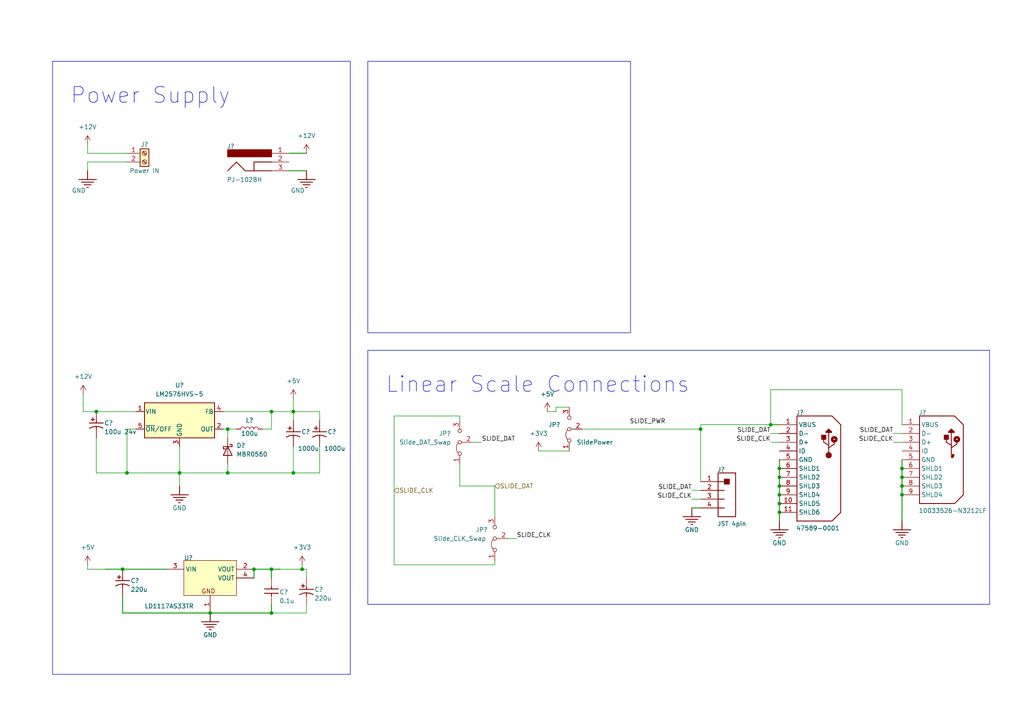
<source format=kicad_sch>
(kicad_sch (version 20231120) (generator "eeschema") (generator_version "8.0")
  (paper "A4")
  (lib_symbols
    (symbol "Connector:Screw_Terminal_01x02" (pin_names (offset 1.016) hide)
      (property "Reference" "J" (at 0 2.54 0))
      (property "Value" "Screw_Terminal_01x02" (at 0 -5.08 0))
      (symbol "Screw_Terminal_01x02_1_1"
        (rectangle (start -1.27 1.27) (end 1.27 -3.81) (stroke (width 0.254)) (fill (type background)))
        (circle (center 0 -2.54) (radius 0.635) (stroke (width 0.1524)))
        (polyline (pts (xy -0.5334 -2.2098) (xy 0.3302 -3.048)) (stroke (width 0.1524)))
        (polyline (pts (xy -0.5334 0.3302) (xy 0.3302 -0.508)) (stroke (width 0.1524)))
        (polyline (pts (xy -0.3556 -2.032) (xy 0.508 -2.8702)) (stroke (width 0.1524)))
        (polyline (pts (xy -0.3556 0.508) (xy 0.508 -0.3302)) (stroke (width 0.1524)))
        (circle (center 0 0) (radius 0.635) (stroke (width 0.1524)))
        (pin passive line (at -5.08 0 0) (length 3.81) (name "Pin_1") (number "1"))
        (pin passive line (at -5.08 -2.54 0) (length 3.81) (name "Pin_2") (number "2"))
      )
    )
    (symbol "Device:L" (pin_numbers hide) (pin_names (offset 1.016) hide)
      (property "Reference" "L" (at -1.27 0 90))
      (property "Value" "L" (at 1.905 0 90))
      (symbol "L_0_1"
        (arc (start 0 -2.54) (mid 0.6323 -1.905) (end 0 -1.27))
        (arc (start 0 -1.27) (mid 0.6323 -0.635) (end 0 0))
        (arc (start 0 0) (mid 0.6323 0.635) (end 0 1.27))
        (arc (start 0 1.27) (mid 0.6323 1.905) (end 0 2.54))
      )
      (symbol "L_1_1"
        (pin passive line (at 0 3.81 270) (length 1.27) (name "1") (number "1"))
        (pin passive line (at 0 -3.81 90) (length 1.27) (name "2") (number "2"))
      )
    )
    (symbol "Diode:MBR0560" (pin_numbers hide) (pin_names (offset 1.016) hide)
      (property "Reference" "D" (at 0 2.54 0))
      (property "Value" "MBR0560" (at 0 -2.54 0))
      (symbol "MBR0560_0_1"
        (polyline (pts (xy 1.27 0) (xy -1.27 0)))
        (polyline (pts (xy 1.27 1.27) (xy 1.27 -1.27) (xy -1.27 0) (xy 1.27 1.27)) (stroke (width 0.254)))
        (polyline (pts (xy -1.905 0.635) (xy -1.905 1.27) (xy -1.27 1.27) (xy -1.27 -1.27) (xy -0.635 -1.27) (xy -0.635 -0.635)) (stroke (width 0.254)))
      )
      (symbol "MBR0560_1_1"
        (pin passive line (at -3.81 0 0) (length 2.54) (name "K") (number "1"))
        (pin passive line (at 3.81 0 180) (length 2.54) (name "A") (number "2"))
      )
    )
    (symbol "Jumper:Jumper_3_Bridged12" (pin_names (offset 0) hide)
      (property "Reference" "JP" (at -2.54 -2.54 0))
      (property "Value" "Jumper_3_Bridged12" (at 0 2.794 0))
      (symbol "Jumper_3_Bridged12_0_0"
        (circle (center -3.302 0) (radius 0.508))
        (circle (center 0 0) (radius 0.508))
        (circle (center 3.302 0) (radius 0.508))
      )
      (symbol "Jumper_3_Bridged12_0_1"
        (arc (start -0.254 0.508) (mid -1.651 0.9912) (end -3.048 0.508))
        (polyline (pts (xy 0 -1.27) (xy 0 -0.508)))
      )
      (symbol "Jumper_3_Bridged12_1_1"
        (pin passive line (at -6.35 0 0) (length 2.54) (name "A") (number "1"))
        (pin passive line (at 0 -3.81 90) (length 2.54) (name "C") (number "2"))
        (pin passive line (at 6.35 0 180) (length 2.54) (name "B") (number "3"))
      )
    )
    (symbol "Regulator_Switching:LM2576HVS-5" (pin_names (offset 0.254))
      (property "Reference" "U" (at -10.16 6.35 0))
      (property "Value" "LM2576HVS-5" (at 0 6.35 0))
      (symbol "LM2576HVS-5_0_1"
        (rectangle (start -10.16 5.08) (end 10.16 -5.08) (stroke (width 0.254)) (fill (type background)))
      )
      (symbol "LM2576HVS-5_1_1"
        (pin power_in line (at -12.7 2.54 0) (length 2.54) (name "VIN") (number "1"))
        (pin output line (at 12.7 -2.54 180) (length 2.54) (name "OUT") (number "2"))
        (pin power_in line (at 0 -7.62 90) (length 2.54) (name "GND") (number "3"))
        (pin input line (at 12.7 2.54 180) (length 2.54) (name "FB") (number "4"))
        (pin input line (at -12.7 -2.54 0) (length 2.54) (name "~{ON}/OFF") (number "5"))
      )
    )
    (symbol "UMTK-altium-import:0_4Pin JST"
      (property "Value" "0_4Pin JST" (at 0 0 0))
      (symbol "0_4Pin JST_1_0"
        (polyline (pts (xy 0 -10.16) (xy 1.778 -10.16)) (stroke (width 0.254)))
        (polyline (pts (xy 0 -7.62) (xy 1.778 -7.62)) (stroke (width 0.254)))
        (polyline (pts (xy 0 -5.08) (xy 1.778 -5.08)) (stroke (width 0.254)))
        (polyline (pts (xy 0 -2.54) (xy 1.778 -2.54)) (stroke (width 0.254)))
        (polyline (pts (xy 5.08 0) (xy 0 0) (xy 0 -12.7) (xy 5.08 -12.7) (xy 5.08 0)) (stroke (width 0.254)))
        (rectangle (start 3.302 -1.778) (end 1.778 -3.302) (fill (type outline)))
        (pin passive line (at -5.08 -2.54 0) (length 5.08) (name "1") (number "1"))
        (pin passive line (at -5.08 -5.08 0) (length 5.08) (name "2") (number "2"))
        (pin passive line (at -5.08 -7.62 0) (length 5.08) (name "3") (number "3"))
        (pin passive line (at -5.08 -10.16 0) (length 5.08) (name "4") (number "4"))
      )
    )
    (symbol "UMTK-altium-import:0_Cap"
      (property "Value" "0_Cap" (at 0 0 0))
      (symbol "0_Cap_1_0"
        (polyline (pts (xy -2.032 -4.445) (xy 2.032 -4.445)) (stroke (width 0.254)))
        (polyline (pts (xy -2.032 -3.175) (xy 2.032 -3.175)) (stroke (width 0.254)))
        (polyline (pts (xy 0 -4.445) (xy 0 -5.08)) (stroke (width 0.254)))
        (polyline (pts (xy 0 -2.54) (xy 0 -3.175)) (stroke (width 0.254)))
        (pin passive line (at 0 0 270) (length 2.54) (name "1") (number "1"))
        (pin passive line (at 0 -7.62 90) (length 2.54) (name "2") (number "2"))
      )
    )
    (symbol "UMTK-altium-import:0_JACK-2CD3-RN"
      (property "Value" "0_JACK-2CD3-RN" (at 0 0 0))
      (symbol "0_JACK-2CD3-RN_1_0"
        (polyline (pts (xy 12.7 -2.54) (xy 7.62 -2.54) (xy 7.62 -5.08)) (stroke (width 0.254)))
        (polyline (pts (xy 12.7 -5.08) (xy 5.08 -5.08) (xy 2.54 -2.54) (xy 0 -5.08)) (stroke (width 0.254)))
        (polyline (pts (xy 12.7 1.016) (xy 0 1.016) (xy 0 -1.016) (xy 12.7 -1.016) (xy 12.7 1.016)) (stroke (width 0.254)))
        (rectangle (start 12.7 1.016) (end 0 -1.016) (fill (type outline)))
        (pin passive line (at 17.78 0 180) (length 5.08) (name "1") (number "1"))
        (pin passive line (at 17.78 -2.54 180) (length 5.08) (name "2") (number "2"))
        (pin passive line (at 17.78 -5.08 180) (length 5.08) (name "3") (number "3"))
      )
    )
    (symbol "UMTK-altium-import:0_PM-REG-LD1117-SOT4"
      (property "Value" "0_PM-REG-LD1117-SOT4" (at 0 0 0))
      (symbol "0_PM-REG-LD1117-SOT4_1_0"
        (rectangle (start 15.24 0) (end 0 -10.16) (fill (type background)))
        (text "GND" (at 5.08 -9.652 0) (effects (font (size 1.27 1.27)) (justify left bottom)))
        (pin power_in line (at 7.62 -15.24 90) (length 5.08) (name "GND") (number "1"))
        (pin power_in line (at 20.32 -2.54 180) (length 5.08) (name "VOUT") (number "2"))
        (pin power_in line (at -5.08 -2.54 0) (length 5.08) (name "VIN") (number "3"))
        (pin power_in line (at 20.32 -5.08 180) (length 5.08) (name "VOUT") (number "4"))
      )
    )
    (symbol "UMTK-altium-import:0_Polar Cap"
      (property "Value" "0_Polar Cap" (at 0 0 0))
      (symbol "0_Polar Cap_1_0"
        (arc (start 0 -4.318) (mid -1.0431 -4.4541) (end -2.0163 -4.8535) (stroke (width 0.254)))
        (polyline (pts (xy -2.032 -3.302) (xy 2.032 -3.302)) (stroke (width 0.254)))
        (polyline (pts (xy -1.524 -2.286) (xy -0.508 -2.286)) (stroke (width 0.254)))
        (polyline (pts (xy -1.016 -1.778) (xy -1.016 -2.794)) (stroke (width 0.254)))
        (polyline (pts (xy 0 -4.318) (xy 0 -5.08)) (stroke (width 0.254)))
        (polyline (pts (xy 0 -2.54) (xy 0 -3.302)) (stroke (width 0.254)))
        (arc (start 1.9124 -4.7961) (mid 0.9856 -4.4393) (end 0 -4.318) (stroke (width 0.254)))
        (pin passive line (at 0 0 270) (length 2.54) (name "1") (number "1"))
        (pin passive line (at 0 -7.62 90) (length 2.54) (name "2") (number "2"))
      )
    )
    (symbol "UMTK-altium-import:0_USB-5-4SHLD"
      (property "Value" "0_USB-5-4SHLD" (at 0 0 0))
      (symbol "0_USB-5-4SHLD_1_0"
        (polyline (pts (xy 0 -25.4) (xy 10.16 -25.4)) (stroke (width 0.254)))
        (polyline (pts (xy 0 0) (xy 0 -25.4)) (stroke (width 0.254)))
        (polyline (pts (xy 7.772 -7.63) (xy 7.772 -6.43)) (stroke (width 0.254)))
        (polyline (pts (xy 8.433 -4.78) (xy 9.22 -4.78)) (stroke (width 0.254)))
        (polyline (pts (xy 8.433 -4.58) (xy 8.433 -4.78)) (stroke (width 0.254)))
        (polyline (pts (xy 8.839 -4.38) (xy 9.042 -4.18)) (stroke (width 0.254)))
        (polyline (pts (xy 9.042 -4.18) (xy 9.22 -4.18)) (stroke (width 0.254)))
        (polyline (pts (xy 9.22 -9.23) (xy 9.22 -11.38)) (stroke (width 0.254)))
        (polyline (pts (xy 9.22 -9.23) (xy 10.82 -8.18)) (stroke (width 0.254)))
        (polyline (pts (xy 9.22 -8.48) (xy 7.772 -7.63)) (stroke (width 0.254)))
        (polyline (pts (xy 9.22 -8.48) (xy 9.22 -9.23)) (stroke (width 0.254)))
        (polyline (pts (xy 9.22 -4.78) (xy 9.22 -8.48)) (stroke (width 0.254)))
        (polyline (pts (xy 9.22 -4.78) (xy 10.033 -4.78)) (stroke (width 0.254)))
        (polyline (pts (xy 9.22 -3.98) (xy 9.627 -4.38)) (stroke (width 0.254)))
        (polyline (pts (xy 9.22 -3.78) (xy 8.433 -4.58)) (stroke (width 0.254)))
        (polyline (pts (xy 9.627 -4.38) (xy 8.839 -4.38)) (stroke (width 0.254)))
        (polyline (pts (xy 10.033 -4.78) (xy 10.033 -4.58)) (stroke (width 0.254)))
        (polyline (pts (xy 10.033 -4.58) (xy 8.636 -4.58)) (stroke (width 0.254)))
        (polyline (pts (xy 10.033 -4.58) (xy 9.22 -3.78)) (stroke (width 0.254)))
        (polyline (pts (xy 10.16 0) (xy 0 0)) (stroke (width 0.254)))
        (polyline (pts (xy 10.16 0) (xy 12.7 -2.54)) (stroke (width 0.254)))
        (polyline (pts (xy 10.82 -8.18) (xy 10.82 -7.18)) (stroke (width 0.254)))
        (polyline (pts (xy 12.7 -22.86) (xy 10.16 -25.4)) (stroke (width 0.254)))
        (polyline (pts (xy 12.7 -22.86) (xy 12.7 -2.54)) (stroke (width 0.254)))
        (rectangle (start 8.382 -5.58) (end 7.17 -6.78) (stroke (width 0.254)) (fill (type outline)))
        (arc (start 9.4717 -11.8212) (mid 9.6593 -11.6351) (end 9.728 -11.38) (stroke (width 0.762)))
        (circle (center 10.82 -6.78) (radius 0.203) (stroke (width 0.762)))
        (pin power_in line (at -5.08 -2.54 0) (length 5.08) (name "VBUS") (number "1"))
        (pin passive line (at -5.08 -5.08 0) (length 5.08) (name "D-") (number "2"))
        (pin passive line (at -5.08 -7.62 0) (length 5.08) (name "D+") (number "3"))
        (pin passive line (at -5.08 -10.16 0) (length 5.08) (name "ID") (number "4"))
        (pin power_in line (at -5.08 -12.7 0) (length 5.08) (name "GND") (number "5"))
        (pin passive line (at -5.08 -15.24 0) (length 5.08) (name "SHLD1") (number "6"))
        (pin passive line (at -5.08 -17.78 0) (length 5.08) (name "SHLD2") (number "7"))
        (pin passive line (at -5.08 -20.32 0) (length 5.08) (name "SHLD3") (number "8"))
        (pin passive line (at -5.08 -22.86 0) (length 5.08) (name "SHLD4") (number "9"))
      )
    )
    (symbol "UMTK-altium-import:0_USB-5-6SHLD"
      (property "Value" "0_USB-5-6SHLD" (at 0 0 0))
      (symbol "0_USB-5-6SHLD_1_0"
        (polyline (pts (xy 0 -30.48) (xy 10.16 -30.48)) (stroke (width 0.254)))
        (polyline (pts (xy 0 0) (xy 0 -30.48)) (stroke (width 0.254)))
        (polyline (pts (xy 7.772 -7.63) (xy 7.772 -6.43)) (stroke (width 0.254)))
        (polyline (pts (xy 8.433 -4.78) (xy 9.22 -4.78)) (stroke (width 0.254)))
        (polyline (pts (xy 8.433 -4.58) (xy 8.433 -4.78)) (stroke (width 0.254)))
        (polyline (pts (xy 8.839 -4.38) (xy 9.042 -4.18)) (stroke (width 0.254)))
        (polyline (pts (xy 9.042 -4.18) (xy 9.22 -4.18)) (stroke (width 0.254)))
        (polyline (pts (xy 9.22 -9.23) (xy 9.22 -11.38)) (stroke (width 0.254)))
        (polyline (pts (xy 9.22 -9.23) (xy 10.82 -8.18)) (stroke (width 0.254)))
        (polyline (pts (xy 9.22 -8.48) (xy 7.772 -7.63)) (stroke (width 0.254)))
        (polyline (pts (xy 9.22 -8.48) (xy 9.22 -9.23)) (stroke (width 0.254)))
        (polyline (pts (xy 9.22 -4.78) (xy 9.22 -8.48)) (stroke (width 0.254)))
        (polyline (pts (xy 9.22 -4.78) (xy 10.033 -4.78)) (stroke (width 0.254)))
        (polyline (pts (xy 9.22 -3.98) (xy 9.627 -4.38)) (stroke (width 0.254)))
        (polyline (pts (xy 9.22 -3.78) (xy 8.433 -4.58)) (stroke (width 0.254)))
        (polyline (pts (xy 9.627 -4.38) (xy 8.839 -4.38)) (stroke (width 0.254)))
        (polyline (pts (xy 10.033 -4.78) (xy 10.033 -4.58)) (stroke (width 0.254)))
        (polyline (pts (xy 10.033 -4.58) (xy 8.636 -4.58)) (stroke (width 0.254)))
        (polyline (pts (xy 10.033 -4.58) (xy 9.22 -3.78)) (stroke (width 0.254)))
        (polyline (pts (xy 10.16 0) (xy 0 0)) (stroke (width 0.254)))
        (polyline (pts (xy 10.16 0) (xy 12.7 -2.54)) (stroke (width 0.254)))
        (polyline (pts (xy 10.82 -8.18) (xy 10.82 -7.18)) (stroke (width 0.254)))
        (polyline (pts (xy 12.7 -27.94) (xy 10.16 -30.48)) (stroke (width 0.254)))
        (polyline (pts (xy 12.7 -27.94) (xy 12.7 -2.54)) (stroke (width 0.254)))
        (rectangle (start 8.382 -5.58) (end 7.17 -6.78) (stroke (width 0.254)) (fill (type outline)))
        (circle (center 9.22 -11.38) (radius 0.508) (stroke (width 0.762)))
        (circle (center 10.82 -6.78) (radius 0.203) (stroke (width 0.762)))
        (pin passive line (at -5.08 -2.54 0) (length 5.08) (name "VBUS") (number "1"))
        (pin passive line (at -5.08 -25.4 0) (length 5.08) (name "SHLD5") (number "10"))
        (pin passive line (at -5.08 -27.94 0) (length 5.08) (name "SHLD6") (number "11"))
        (pin passive line (at -5.08 -5.08 0) (length 5.08) (name "D-") (number "2"))
        (pin passive line (at -5.08 -7.62 0) (length 5.08) (name "D+") (number "3"))
        (pin passive line (at -5.08 -10.16 0) (length 5.08) (name "ID") (number "4"))
        (pin passive line (at -5.08 -12.7 0) (length 5.08) (name "GND") (number "5"))
        (pin passive line (at -5.08 -15.24 0) (length 5.08) (name "SHLD1") (number "6"))
        (pin passive line (at -5.08 -17.78 0) (length 5.08) (name "SHLD2") (number "7"))
        (pin passive line (at -5.08 -20.32 0) (length 5.08) (name "SHLD3") (number "8"))
        (pin passive line (at -5.08 -22.86 0) (length 5.08) (name "SHLD4") (number "9"))
      )
    )
    (symbol "UMTK-altium-import:GND" (power)
      (property "Reference" "#PWR" (at 0 0 0))
      (property "Value" "GND" (at 0 6.35 0))
      (symbol "GND_0_0"
        (polyline (pts (xy -2.54 -2.54) (xy 2.54 -2.54)) (stroke (width 0.254)))
        (polyline (pts (xy -1.778 -3.302) (xy 1.778 -3.302)) (stroke (width 0.254)))
        (polyline (pts (xy -1.016 -4.064) (xy 1.016 -4.064)) (stroke (width 0.254)))
        (polyline (pts (xy -0.254 -4.826) (xy 0.254 -4.826)) (stroke (width 0.254)))
        (polyline (pts (xy 0 0) (xy 0 -2.54)) (stroke (width 0.254)))
        (pin power_in line (at 0 0 0) (length 0) hide (name "GND") (number ""))
      )
    )
    (symbol "power:+12V" (power) (pin_names (offset 0))
      (property "Value" "+12V" (at 0 3.556 0))
      (symbol "+12V_0_1"
        (polyline (pts (xy -0.762 1.27) (xy 0 2.54)))
        (polyline (pts (xy 0 0) (xy 0 2.54)))
        (polyline (pts (xy 0 2.54) (xy 0.762 1.27)))
      )
      (symbol "+12V_1_1"
        (pin power_in line (at 0 0 90) (length 0) hide (name "+12V") (number "1"))
      )
    )
    (symbol "power:+3V3" (power) (pin_names (offset 0))
      (property "Value" "+3V3" (at 0 3.556 0))
      (symbol "+3V3_0_1"
        (polyline (pts (xy -0.762 1.27) (xy 0 2.54)))
        (polyline (pts (xy 0 0) (xy 0 2.54)))
        (polyline (pts (xy 0 2.54) (xy 0.762 1.27)))
      )
      (symbol "+3V3_1_1"
        (pin power_in line (at 0 0 90) (length 0) hide (name "+3V3") (number "1"))
      )
    )
    (symbol "power:+5V" (power) (pin_names (offset 0))
      (property "Value" "+5V" (at 0 3.556 0))
      (symbol "+5V_0_1"
        (polyline (pts (xy -0.762 1.27) (xy 0 2.54)))
        (polyline (pts (xy 0 0) (xy 0 2.54)))
        (polyline (pts (xy 0 2.54) (xy 0.762 1.27)))
      )
      (symbol "+5V_1_1"
        (pin power_in line (at 0 0 90) (length 0) hide (name "+5V") (number "1"))
      )
    )
  )
  (junction (at 60.96 177.8))
  (junction (at 223.52 123.19))
  (junction (at 36.83 137.16))
  (junction (at 85.09 137.16))
  (junction (at 66.04 124.46))
  (junction (at 52.07 137.16))
  (junction (at 261.62 140.97))
  (junction (at 73.66 165.1))
  (junction (at 226.06 138.43))
  (junction (at 261.62 135.89))
  (junction (at 87.63 165.1))
  (junction (at 78.74 119.38))
  (junction (at 226.06 148.59))
  (junction (at 78.74 177.8))
  (junction (at 261.62 138.43))
  (junction (at 66.04 137.16))
  (junction (at 261.62 143.51))
  (junction (at 203.2 124.46))
  (junction (at 27.94 119.38))
  (junction (at 226.06 140.97))
  (junction (at 226.06 146.05))
  (junction (at 226.06 143.51))
  (junction (at 85.09 119.38))
  (junction (at 226.06 135.89))
  (junction (at 35.56 165.1))
  (junction (at 78.74 165.1))
  (polyline (pts (xy 106.68 175.26) (xy 106.68 101.6)) (stroke (width 0) (type solid)))
  (wire (pts (xy 261.62 143.51) (xy 261.62 140.97)) (stroke (width 0.254)))
  (wire (pts (xy 149.86 156.21) (xy 147.32 156.21)))
  (wire (pts (xy 83.82 49.53) (xy 88.9 49.53)) (stroke (width 0.254)))
  (polyline (pts (xy 101.6 17.78) (xy 101.6 195.58)) (stroke (width 0) (type solid)))
  (wire (pts (xy 85.09 137.16) (xy 85.09 129.54)))
  (polyline (pts (xy 106.68 96.52) (xy 182.88 96.52)) (stroke (width 0) (type solid)))
  (wire (pts (xy 66.04 124.46) (xy 68.58 124.46)))
  (polyline (pts (xy 182.88 17.78) (xy 182.88 96.52)) (stroke (width 0) (type solid)))
  (wire (pts (xy 78.74 177.8) (xy 88.9 177.8)))
  (wire (pts (xy 36.83 124.46) (xy 36.83 137.16)))
  (wire (pts (xy 203.2 123.19) (xy 223.52 123.19)))
  (wire (pts (xy 133.35 121.92) (xy 133.35 120.65)))
  (wire (pts (xy 64.77 119.38) (xy 78.74 119.38)))
  (wire (pts (xy 226.06 148.59) (xy 226.06 146.05)) (stroke (width 0.254)))
  (wire (pts (xy 78.74 167.64) (xy 78.74 165.1)) (stroke (width 0.254)))
  (wire (pts (xy 66.04 137.16) (xy 66.04 134.62)))
  (wire (pts (xy 24.13 119.38) (xy 27.94 119.38)))
  (wire (pts (xy 158.75 119.38) (xy 161.29 119.38)))
  (wire (pts (xy 261.62 138.43) (xy 261.62 135.89)) (stroke (width 0.254)))
  (wire (pts (xy 25.4 41.91) (xy 25.4 44.45)))
  (wire (pts (xy 226.06 143.51) (xy 226.06 140.97)) (stroke (width 0.254)))
  (wire (pts (xy 39.37 124.46) (xy 36.83 124.46)))
  (wire (pts (xy 261.62 113.03) (xy 223.52 113.03)))
  (wire (pts (xy 114.3 120.65) (xy 114.3 163.83)))
  (wire (pts (xy 24.13 114.3) (xy 24.13 119.38)))
  (wire (pts (xy 223.52 128.27) (xy 226.06 128.27)))
  (polyline (pts (xy 106.68 175.26) (xy 287.02 175.26)) (stroke (width 0) (type solid)))
  (wire (pts (xy 25.4 46.99) (xy 25.4 49.53)))
  (wire (pts (xy 259.08 125.73) (xy 261.62 125.73)))
  (wire (pts (xy 52.07 137.16) (xy 66.04 137.16)))
  (wire (pts (xy 200.66 144.78) (xy 203.2 144.78)))
  (wire (pts (xy 73.66 167.64) (xy 73.66 165.1)) (stroke (width 0.254)))
  (wire (pts (xy 203.2 123.19) (xy 203.2 124.46)))
  (wire (pts (xy 52.07 137.16) (xy 52.07 140.97)))
  (wire (pts (xy 88.9 44.45) (xy 83.82 44.45)) (stroke (width 0.254)))
  (wire (pts (xy 85.09 119.38) (xy 85.09 121.92)))
  (wire (pts (xy 78.74 177.8) (xy 60.96 177.8)) (stroke (width 0.254)))
  (wire (pts (xy 85.09 115.57) (xy 85.09 119.38)))
  (wire (pts (xy 64.77 124.46) (xy 66.04 124.46)))
  (wire (pts (xy 143.51 140.97) (xy 143.51 149.86)))
  (wire (pts (xy 25.4 165.1) (xy 30.48 165.1)))
  (wire (pts (xy 35.56 172.72) (xy 35.56 177.8)) (stroke (width 0.254)))
  (wire (pts (xy 36.83 137.16) (xy 27.94 137.16)))
  (wire (pts (xy 156.21 130.81) (xy 165.1 130.81)))
  (wire (pts (xy 226.06 138.43) (xy 226.06 135.89)) (stroke (width 0.254)))
  (wire (pts (xy 168.91 124.46) (xy 203.2 124.46)))
  (wire (pts (xy 25.4 163.83) (xy 25.4 165.1)))
  (wire (pts (xy 35.56 177.8) (xy 60.96 177.8)) (stroke (width 0.254)))
  (wire (pts (xy 223.52 113.03) (xy 223.52 123.19)))
  (wire (pts (xy 226.06 135.89) (xy 226.06 133.35)) (stroke (width 0.254)))
  (wire (pts (xy 35.56 165.1) (xy 48.26 165.1)) (stroke (width 0.254)))
  (wire (pts (xy 66.04 124.46) (xy 66.04 127)))
  (wire (pts (xy 66.04 137.16) (xy 85.09 137.16)))
  (wire (pts (xy 92.71 119.38) (xy 85.09 119.38)))
  (wire (pts (xy 223.52 125.73) (xy 226.06 125.73)))
  (wire (pts (xy 261.62 151.13) (xy 261.62 143.51)) (stroke (width 0.254)))
  (wire (pts (xy 52.07 129.54) (xy 52.07 137.16)))
  (wire (pts (xy 88.9 165.1) (xy 88.9 167.64)))
  (wire (pts (xy 78.74 119.38) (xy 78.74 124.46)))
  (wire (pts (xy 87.63 165.1) (xy 88.9 165.1)))
  (wire (pts (xy 92.71 121.92) (xy 92.71 119.38)))
  (wire (pts (xy 73.66 165.1) (xy 78.74 165.1)) (stroke (width 0.254)))
  (wire (pts (xy 78.74 175.26) (xy 78.74 177.8)) (stroke (width 0.254)))
  (wire (pts (xy 261.62 123.19) (xy 261.62 113.03)))
  (wire (pts (xy 133.35 134.62) (xy 133.35 140.97)))
  (wire (pts (xy 226.06 146.05) (xy 226.06 143.51)) (stroke (width 0.254)))
  (wire (pts (xy 36.83 46.99) (xy 25.4 46.99)))
  (wire (pts (xy 78.74 165.1) (xy 81.28 165.1)) (stroke (width 0.254)))
  (wire (pts (xy 161.29 118.11) (xy 165.1 118.11)))
  (wire (pts (xy 203.2 124.46) (xy 203.2 139.7)))
  (wire (pts (xy 88.9 177.8) (xy 88.9 175.26)))
  (wire (pts (xy 200.66 147.32) (xy 203.2 147.32)) (stroke (width 0.254)))
  (wire (pts (xy 143.51 163.83) (xy 143.51 162.56)))
  (wire (pts (xy 261.62 140.97) (xy 261.62 138.43)) (stroke (width 0.254)))
  (wire (pts (xy 139.7 128.27) (xy 137.16 128.27)))
  (polyline (pts (xy 287.02 101.6) (xy 287.02 175.26)) (stroke (width 0) (type solid)))
  (wire (pts (xy 226.06 151.13) (xy 226.06 148.59)) (stroke (width 0.254)))
  (polyline (pts (xy 106.68 96.52) (xy 106.68 17.78)) (stroke (width 0) (type solid)))
  (wire (pts (xy 25.4 44.45) (xy 36.83 44.45)))
  (wire (pts (xy 223.52 123.19) (xy 226.06 123.19)) (stroke (width 0.254)))
  (polyline (pts (xy 287.02 101.6) (xy 106.68 101.6)) (stroke (width 0) (type solid)))
  (wire (pts (xy 27.94 127) (xy 27.94 137.16)))
  (wire (pts (xy 78.74 119.38) (xy 85.09 119.38)))
  (wire (pts (xy 161.29 119.38) (xy 161.29 118.11)))
  (wire (pts (xy 92.71 137.16) (xy 92.71 129.54)))
  (wire (pts (xy 259.08 128.27) (xy 261.62 128.27)))
  (polyline (pts (xy 15.24 195.58) (xy 101.6 195.58)) (stroke (width 0) (type solid)))
  (wire (pts (xy 87.63 165.1) (xy 87.63 163.83)))
  (wire (pts (xy 261.62 135.89) (xy 261.62 133.35)) (stroke (width 0.254)))
  (wire (pts (xy 85.09 137.16) (xy 92.71 137.16)))
  (wire (pts (xy 81.28 165.1) (xy 87.63 165.1)))
  (wire (pts (xy 114.3 163.83) (xy 143.51 163.83)))
  (polyline (pts (xy 15.24 195.58) (xy 15.24 17.78)) (stroke (width 0) (type solid)))
  (wire (pts (xy 30.48 165.1) (xy 35.56 165.1)) (stroke (width 0.254)))
  (wire (pts (xy 133.35 140.97) (xy 143.51 140.97)))
  (wire (pts (xy 200.66 142.24) (xy 203.2 142.24)))
  (wire (pts (xy 226.06 140.97) (xy 226.06 138.43)) (stroke (width 0.254)))
  (wire (pts (xy 52.07 137.16) (xy 36.83 137.16)))
  (wire (pts (xy 78.74 124.46) (xy 76.2 124.46)))
  (wire (pts (xy 27.94 119.38) (xy 39.37 119.38)))
  (polyline (pts (xy 101.6 17.78) (xy 15.24 17.78)) (stroke (width 0) (type solid)))
  (polyline (pts (xy 182.88 17.78) (xy 106.68 17.78)) (stroke (width 0) (type solid)))
  (wire (pts (xy 114.3 120.65) (xy 133.35 120.65)))
  (text "Power Supply" (at 20.32 30.48 0) (effects (font (size 4.572 4.572)) (justify left bottom)))
  (text "Linear Scale Connections" (at 111.76 114.3 0) (effects (font (size 4.572 4.572)) (justify left bottom)))
  (label "SLIDE_DAT" (at 139.7 128.27 0))
  (label "SLIDE_PWR" (at 193.04 123.19 180))
  (label "SLIDE_CLK" (at 223.52 128.27 180))
  (label "SLIDE_DAT" (at 200.66 142.24 180))
  (label "SLIDE_DAT" (at 259.08 125.73 180))
  (label "SLIDE_DAT" (at 223.52 125.73 180))
  (label "SLIDE_CLK" (at 259.08 128.27 180))
  (label "SLIDE_CLK" (at 149.86 156.21 0))
  (label "SLIDE_CLK" (at 200.66 144.78 180))
  (hierarchical_label "SLIDE_CLK" (shape input) (at 114.3 142.24 0))
  (hierarchical_label "SLIDE_DAT" (shape input) (at 143.51 140.97 0))
  (symbol (lib_id "UMTK-altium-import:0_USB-5-6SHLD") (at 231.14 120.65 0) (unit 1)
    (property "Reference" "J?" (at 230.886 120.396 0) (effects (justify left bottom)))
    (property "Value" "47589-0001" (at 230.886 153.924 0) (effects (justify left bottom)))
    (property "Footprint" "MOLX-47589-0001_V" (effects (hide yes)))
    (property "NUMBER OF PORTS" "1Port" (effects (hide yes)))
    (property "COLOR" "Black" (effects (hide yes)))
    (property "PRODUCT" "MicroUSBTypeABConnectors" (effects (hide yes)))
    (property "PACKAGE URL" "http://www.molex.com/pdm_docs/sd/475890001_sd.pdf" (effects (hide yes)))
    (property "CONTACT PLATING" "Gold" (effects (hide yes)))
    (property "DATASHEET URL" "http://www.molex.com/webdocs/datasheets/pdf/en-us/0475890001_IO_CONNECTORS.pdf" (effects (hide yes)))
    (property "OPERATING TEMPERATURE RANGE" "-20Cto+85C" (effects (hide yes)))
    (property "TERMINATION STYLE" "SMD/SMT" (effects (hide yes)))
    (property "CURRENT RATING" "1.8A" (effects (hide yes)))
    (property "Field13" "0475890001" (effects (hide yes)))
    (property "BRAND" "Molex" (effects (hide yes)))
    (property "MOUNTING ANGLE" "Right" (effects (hide yes)))
    (property "PACKAGE REFERENCE" "47589-0001" (effects (hide yes)))
    (property "GENDER" "Female" (effects (hide yes)))
    (property "PACKAGE DESCRIPTION" "Micro USB Connector, Pitch 0.65 mm, 5 Positions, Body 7.5 x 5.6 mm" (effects (hide yes)))
    (property "MOUNTING TECHNOLOGY" "SurfaceMount" (effects (hide yes)))
    (property "CONTACT MATERIAL" "CopperAlloy" (effects (hide yes)))
    (property "CONNECTOR TYPE" "MicroUSBTypeABreceptacle" (effects (hide yes)))
    (property "PACKAGING" "Reel" (effects (hide yes)))
    (property "ROHS" "True" (effects (hide yes)))
    (property "STANDARD" "USB" (effects (hide yes)))
    (property "MANUFACTURER URL" "http://www.molex.com/" (effects (hide yes)))
    (property "MANUFACTURER" "Molex" (effects (hide yes)))
    (property "DATASHEET VERSION" "12/2016" (effects (hide yes)))
    (property "NUMBER OF CONTACTS" "5Contact" (effects (hide yes)))
    (property "PRODUCT CATEGORY" "USBConnectors" (effects (hide yes)))
    (property "SERIES" "47589" (effects (hide yes)))
    (property "VOLTAGE RATING" "30VAC" (effects (hide yes)))
  )
  (symbol (lib_id "power:+5V") (at 85.09 115.57 0) (unit 1)
    (property "Reference" "#PWR?" (effects (hide yes)))
    (property "Value" "+5V" (at 85.09 110.49 0))
  )
  (symbol (lib_id "UMTK-altium-import:0_Polar Cap") (at 85.09 121.92 0) (unit 1)
    (property "Reference" "C?" (at 87.376 125.984 0) (effects (justify left bottom)))
    (property "Value" "1000u" (at 86.36 130.81 0) (effects (justify left bottom)))
    (property "Footprint" "Alu Cap 6.3x2.5mm" (effects (hide yes)))
  )
  (symbol (lib_id "UMTK-altium-import:0_Polar Cap") (at 88.9 167.64 0) (unit 1)
    (property "Reference" "C?" (at 91.186 171.704 0) (effects (justify left bottom)))
    (property "Value" "220u" (at 91.186 174.244 0) (effects (justify left bottom)))
    (property "Footprint" "Alu Cap 6.3x2.5mm" (effects (hide yes)))
  )
  (symbol (lib_id "UMTK-altium-import:0_JACK-2CD3-RN") (at 66.04 44.45 0) (unit 1)
    (property "Reference" "J?" (at 65.786 43.18 0) (effects (justify left bottom)))
    (property "Value" "PJ-102BH" (at 65.786 52.832 0) (effects (justify left bottom)))
    (property "Footprint" "CUI-PJ-102BH_V" (effects (hide yes)))
    (property "OPERATING TEMPERATURE RANGE" "-25Cto+85C" (effects (hide yes)))
    (property "OUTSIDE CONTACT DIAMETER" "6.5mm" (effects (hide yes)))
    (property "CURRENT RATING" "5A" (effects (hide yes)))
    (property "MANUFACTURER" "CUIInc." (effects (hide yes)))
    (property "MOUNTING ANGLE" "Right" (effects (hide yes)))
    (property "MOUNTING TECHNOLOGY" "ThroughHole" (effects (hide yes)))
    (property "PRODUCT CATEGORY" "DCPowerConnectors" (effects (hide yes)))
    (property "DATASHEET VERSION" "Rev. 1.02, 05/2016" (effects (hide yes)))
    (property "CONNECTOR TYPE" "DCPowerJack" (effects (hide yes)))
    (property "BRAND" "CUI" (effects (hide yes)))
    (property "CONTACT MATERIAL" "Copper" (effects (hide yes)))
    (property "HOUSING MATERIAL" "PolybutyleneTerephthalate(PBT)" (effects (hide yes)))
    (property "INSULATION RESISTANCE" "100MOhms" (effects (hide yes)))
    (property "MOUNTING STYLE" "ThroughHole" (effects (hide yes)))
    (property "INSIDE CONTACT DIAMETER" "2.5mm" (effects (hide yes)))
    (property "PRODUCT" "Jacks" (effects (hide yes)))
    (property "PACKAGE REFERENCE" "PJ-102BH" (effects (hide yes)))
    (property "MANUFACTURER URL" "http://www.cui.com/" (effects (hide yes)))
    (property "ROHS" "True" (effects (hide yes)))
    (property "CONTACT GENDER" "Male" (effects (hide yes)))
    (property "CONTACT PLATING" "Nickel" (effects (hide yes)))
    (property "FLAMMABILITY RATING" "UL94V-0" (effects (hide yes)))
    (property "FACTORY PACK QUANTITY" "280" (effects (hide yes)))
    (property "DATASHEET URL" "http://www.cui.com/product/resource/pj-102bh.pdf" (effects (hide yes)))
    (property "PACKAGE DESCRIPTION" "3-Pin Through Hole Device, Body 14.4 x 9 mm, Height 11 mm" (effects (hide yes)))
    (property "TERMINATION STYLE" "ThroughHole" (effects (hide yes)))
    (property "VOLTAGE RATING" "24V" (effects (hide yes)))
  )
  (symbol (lib_id "power:+12V") (at 25.4 41.91 0) (unit 1)
    (property "Reference" "#PWR?" (effects (hide yes)))
    (property "Value" "+12V" (at 25.4 36.83 0))
  )
  (symbol (lib_id "UMTK-altium-import:GND") (at 226.06 151.13 0) (unit 1)
    (property "Reference" "#PWR?" (effects (hide yes)))
    (property "Value" "GND" (at 226.06 157.48 0))
  )
  (symbol (lib_id "Jumper:Jumper_3_Bridged12") (at 143.51 156.21 90) (unit 1)
    (property "Reference" "JP?" (at 139.7 153.67 90))
    (property "Value" "Slide_CLK_Swap" (at 133.35 156.21 90))
  )
  (symbol (lib_id "Jumper:Jumper_3_Bridged12") (at 133.35 128.27 90) (unit 1)
    (property "Reference" "JP?" (at 130.81 125.73 90) (effects (justify left)))
    (property "Value" "Slide_DAT_Swap" (at 130.81 128.27 90) (effects (justify left)))
  )
  (symbol (lib_id "UMTK-altium-import:0_Cap") (at 78.74 167.64 0) (unit 1)
    (property "Reference" "C?" (at 81.026 172.466 0) (effects (justify left bottom)))
    (property "Value" "0.1u" (at 81.026 175.006 0) (effects (justify left bottom)))
    (property "Footprint" "Ceramic Cap 5mm" (effects (hide yes)))
  )
  (symbol (lib_id "Connector:Screw_Terminal_01x02") (at 41.91 44.45 0) (unit 1)
    (property "Reference" "J?" (at 41.91 41.91 0))
    (property "Value" "Power IN" (at 41.91 49.53 0))
  )
  (symbol (lib_id "Regulator_Switching:LM2576HVS-5") (at 52.07 121.92 0) (unit 1)
    (property "Reference" "U?" (at 52.07 111.76 0))
    (property "Value" "LM2576HVS-5" (at 52.07 114.3 0))
    (property "Footprint" "Package_TO_SOT_SMD:TO-263-5_TabPin3" (effects (hide yes)))
    (property "Datasheet" "http://www.ti.com/lit/ds/symlink/lm2576.pdf" (effects (hide yes)))
  )
  (symbol (lib_id "UMTK-altium-import:GND") (at 261.62 151.13 0) (unit 1)
    (property "Reference" "#PWR?" (effects (hide yes)))
    (property "Value" "GND" (at 261.62 157.48 0))
  )
  (symbol (lib_id "Device:L") (at 72.39 124.46 90) (unit 1)
    (property "Reference" "L?" (at 72.39 121.92 90))
    (property "Value" "100u" (at 72.39 125.73 90))
  )
  (symbol (lib_id "UMTK-altium-import:0_PM-REG-LD1117-SOT4") (at 53.34 162.56 0) (unit 1)
    (property "Reference" "U?" (at 53.34 162.56 0) (effects (justify left bottom)))
    (property "Value" "LD1117AS33TR" (at 41.91 176.53 0) (effects (justify left bottom)))
    (property "Footprint" "SOT-223_M" (effects (hide yes)))
    (property "COMPONENTLINK1DESCRIPTION" "Manufacturer URL" (effects (hide yes)))
    (property "DATASHEETVERSION" "2/12/2011" (effects (hide yes)))
    (property "PACKAGEVERSION" "2010" (effects (hide yes)))
    (property "COMPONENTLINK1URL" "http://www.st.com" (effects (hide yes)))
    (property "COMPONENTLINK2DESCRIPTION" "Datasheet" (effects (hide yes)))
    (property "COMPONENTLINK2URL" "http://www.st.com/internet/com/TECHNICAL_RESOURCES/TECHNICAL_LITERATURE/DATASHEET/CD00002116.pdf" (effects (hide yes)))
    (property "PACKAGEDESCRIPTION" "4-Pin SOT-223 Package, 6.5 x 3.5 mm Body, 2.3 mm Pitch, 7 mm Lead Span" (effects (hide yes)))
    (property "PACKAGEREFERENCE" "SOT-223" (effects (hide yes)))
  )
  (symbol (lib_id "UMTK-altium-import:GND") (at 200.66 147.32 0) (unit 1)
    (property "Reference" "#PWR?" (effects (hide yes)))
    (property "Value" "GND" (at 200.66 153.67 0))
  )
  (symbol (lib_id "power:+5V") (at 25.4 163.83 0) (unit 1)
    (property "Reference" "#PWR?" (effects (hide yes)))
    (property "Value" "+5V" (at 25.4 158.75 0))
  )
  (symbol (lib_id "power:+3V3") (at 87.63 163.83 0) (unit 1)
    (property "Reference" "#PWR?" (effects (hide yes)))
    (property "Value" "+3V3" (at 87.63 158.75 0))
  )
  (symbol (lib_id "UMTK-altium-import:GND") (at 25.4 49.53 0) (unit 1)
    (property "Reference" "#PWR?" (effects (hide yes)))
    (property "Value" "GND" (at 22.86 55.245 0))
  )
  (symbol (lib_id "power:+3V3") (at 156.21 130.81 0) (unit 1)
    (property "Reference" "#PWR?" (effects (hide yes)))
    (property "Value" "+3V3" (at 156.21 125.73 0))
  )
  (symbol (lib_id "UMTK-altium-import:0_Polar Cap") (at 27.94 119.38 0) (unit 1)
    (property "Reference" "C?" (at 30.226 123.444 0) (effects (justify left bottom)))
    (property "Value" "100u 24v" (at 30.226 125.984 0) (effects (justify left bottom)))
    (property "Footprint" "Alu Cap 6.3x2.5mm" (effects (hide yes)))
  )
  (symbol (lib_id "power:+12V") (at 24.13 114.3 0) (unit 1)
    (property "Reference" "#PWR?" (effects (hide yes)))
    (property "Value" "+12V" (at 24.13 109.22 0))
  )
  (symbol (lib_id "UMTK-altium-import:GND") (at 52.07 140.97 0) (unit 1)
    (property "Reference" "#PWR?" (effects (hide yes)))
    (property "Value" "GND" (at 52.07 147.32 0))
  )
  (symbol (lib_id "UMTK-altium-import:GND") (at 88.9 49.53 0) (unit 1)
    (property "Reference" "#PWR?" (effects (hide yes)))
    (property "Value" "GND" (at 86.36 55.245 0))
  )
  (symbol (lib_id "UMTK-altium-import:0_Polar Cap") (at 92.71 121.92 0) (unit 1)
    (property "Reference" "C?" (at 94.996 125.984 0) (effects (justify left bottom)))
    (property "Value" "1000u" (at 93.98 130.81 0) (effects (justify left bottom)))
    (property "Footprint" "Alu Cap 6.3x2.5mm" (effects (hide yes)))
  )
  (symbol (lib_id "Jumper:Jumper_3_Bridged12") (at 165.1 124.46 90) (unit 1)
    (property "Reference" "JP?" (at 162.56 123.1899 90) (effects (justify left)))
    (property "Value" "SlidePower" (at 177.8 128.27 90) (effects (justify left)))
  )
  (symbol (lib_id "UMTK-altium-import:0_Polar Cap") (at 35.56 165.1 0) (unit 1)
    (property "Reference" "C?" (at 37.846 169.164 0) (effects (justify left bottom)))
    (property "Value" "220u" (at 37.846 171.704 0) (effects (justify left bottom)))
    (property "Footprint" "Alu Cap 6.3x2.5mm" (effects (hide yes)))
  )
  (symbol (lib_id "UMTK-altium-import:GND") (at 60.96 177.8 0) (unit 1)
    (property "Reference" "#PWR?" (effects (hide yes)))
    (property "Value" "GND" (at 60.96 184.15 0))
  )
  (symbol (lib_id "UMTK-altium-import:0_USB-5-4SHLD") (at 266.7 120.65 0) (unit 1)
    (property "Reference" "J?" (at 266.446 120.396 0) (effects (justify left bottom)))
    (property "Value" "10033526-N3212LF" (at 266.446 148.844 0) (effects (justify left bottom)))
    (property "Footprint" "FCI-10033526-N3212LF_V" (effects (hide yes)))
    (property "PARTNUMBER" "10033526-N3212LF" (effects (hide yes)))
    (property "DATASHEETVERSION" "Rev. N" (effects (hide yes)))
    (property "TERMINATION STYLE" "Solder Pad" (effects (hide yes)))
    (property "PACKAGING" "Reel" (effects (hide yes)))
    (property "SHELL PLATING" "Nickel" (effects (hide yes)))
    (property "STANDARD" "USB" (effects (hide yes)))
    (property "COLOR" "Black" (effects (hide yes)))
    (property "COMPONENTLINK1DESCRIPTION" "Manufacturer URL" (effects (hide yes)))
    (property "MOUNTING TECHNOLOGY" "Surface Mount" (effects (hide yes)))
    (property "FACTORY PACK QUANTITY" "750" (effects (hide yes)))
    (property "MOUNTING ANGLE" "Right" (effects (hide yes)))
    (property "CONTACT MATERIAL" "Copper Alloy" (effects (hide yes)))
    (property "NUMBER OF PORTS" "1 Port" (effects (hide yes)))
    (property "PRODUCT CATEGORY" "USB Connectors" (effects (hide yes)))
    (property "MANUFACTURER" "FCI" (effects (hide yes)))
    (property "COMPONENTLINK2URL" "http://portal.fciconnect.com/Comergent//fci/drawing/10033526.pdf" (effects (hide yes)))
    (property "FLAMMABILITY RATING" "UL 94 V-0" (effects (hide yes)))
    (property "PRODUCT" "Mini USB Type B Connectors" (effects (hide yes)))
    (property "CONTACT PLATING" "Gold" (effects (hide yes)))
    (property "COMPONENTLINK2DESCRIPTION" "Datasheet" (effects (hide yes)))
    (property "BRAND" "FCI" (effects (hide yes)))
    (property "NUMBER OF CONTACTS" "5 Contact" (effects (hide yes)))
    (property "ROHS" "Details" (effects (hide yes)))
    (property "CONNECTOR TYPE" "Mini USB Type B Receptacle" (effects (hide yes)))
    (property "COMPONENTLINK1URL" "http://portal.fciconnect.com/" (effects (hide yes)))
    (property "GENDER" "Female" (effects (hide yes)))
    (property "INSULATION RESISTANCE" "100 MOhms" (effects (hide yes)))
    (property "PACKAGEDESCRIPTION" "5-Pin Surface Mount Device, Body 9.2 x 7.7 mm, Pitch 0.8 mm" (effects (hide yes)))
  )
  (symbol (lib_id "power:+5V") (at 158.75 119.38 0) (unit 1)
    (property "Reference" "#PWR?" (effects (hide yes)))
    (property "Value" "+5V" (at 158.75 114.3 0))
  )
  (symbol (lib_id "Diode:MBR0560") (at 66.04 130.81 270) (unit 1)
    (property "Reference" "D?" (at 68.58 129.2224 90) (effects (justify left)))
    (property "Value" "MBR0560" (at 68.58 131.7624 90) (effects (justify left)))
    (property "Footprint" "Diode_SMD:D_SOD-123" (effects (hide yes)))
    (property "Datasheet" "http://www.mccsemi.com/up_pdf/MBR0520~MBR0580(SOD123).pdf" (effects (hide yes)))
  )
  (symbol (lib_id "UMTK-altium-import:0_4Pin JST") (at 208.28 137.16 0) (unit 1)
    (property "Reference" "J?" (at 208.026 136.906 0) (effects (justify left bottom)))
    (property "Value" "JST 4pin" (at 208.026 152.654 0) (effects (justify left bottom)))
    (property "Footprint" "4Pin JST" (effects (hide yes)))
  )
  (symbol (lib_id "power:+12V") (at 88.9 44.45 0) (unit 1)
    (property "Reference" "#PWR?" (effects (hide yes)))
    (property "Value" "+12V" (at 88.9 39.37 0))
  )
)
</source>
